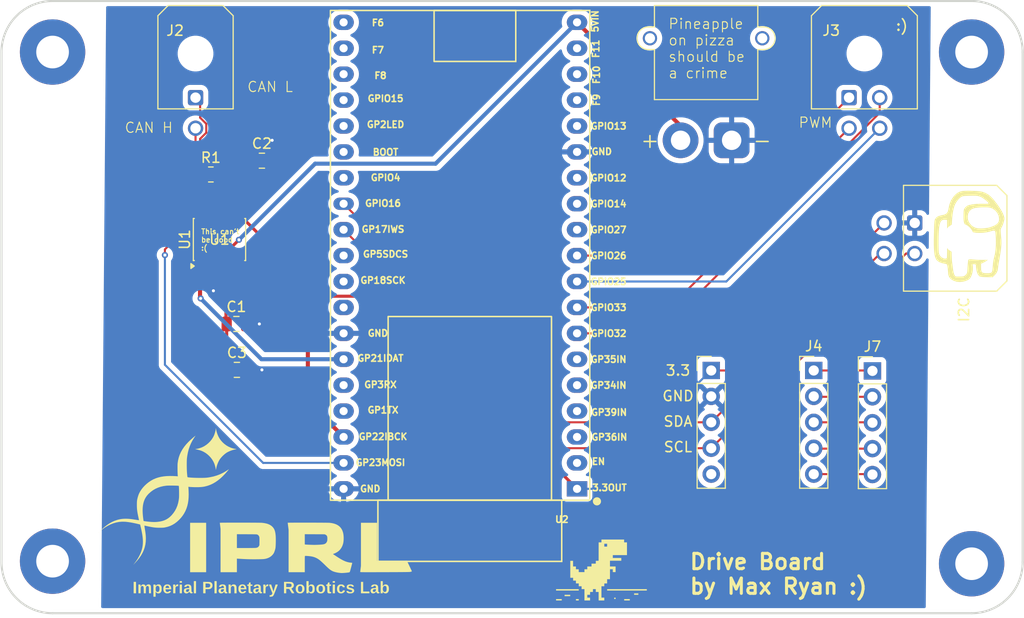
<source format=kicad_pcb>
(kicad_pcb (version 20241229) (generator "pcbnew") (generator_version "9.0")
  (layers (0 "F.Cu" jumper) (2 "B.Cu" signal) (13 "F.Paste" user) (15 "B.Paste" user) (5 "F.SilkS" user "F.Silkscreen") (7 "B.SilkS" user "B.Silkscreen") (1 "F.Mask" user) (3 "B.Mask" user) (25 "Edge.Cuts" user))
  (net 0 "")
  (net 1 "GND")
  (net 2 "+5V")
  (net 3 "+3.3V")
  (net 19 "/CAN_N")
  (net 20 "/CAN_P")
  (net 21 "/M1")
  (net 22 "/M2")
  (net 23 "/M3")
  (net 24 "/M4")
  (net 25 "/CAN_TX")
  (net 26 "/CAN_S")
  (net 27 "/CAN_RX")
  (net 37 "Net-(J4-Pin_3)")
  (net 38 "Net-(J4-Pin_4)")
  (net 39 "Net-(J4-Pin_1)")
  (net 40 "Net-(J4-Pin_5)")
  (net 41 "Net-(J4-Pin_2)")
  (net 43 "/SCL")
  (net 44 "/SDA")
  (footprint "Package_SO:SOIC-8_3.9x4.9mm_P1.27mm" (layer "F.Cu") (at 41.345 43.375 90)
    (property "Reference" "U1" (at 0 -3.4 90) (layer "F.SilkS"))
    (property "Value" "TJA1051T-3")
    (fp_text user "${REFERENCE}" (at 0 0 0) (layer "F.SilkS"))
    (pad "1" smd roundrect (at -2.475 -1.905 90) (size 1.95 0.6) (layers "F.Cu" "F.Mask" "F.Paste") (net 25 "/CAN_TX"))
    (pad "2" smd roundrect (at -2.475 -0.635 90) (size 1.95 0.6) (layers "F.Cu" "F.Mask" "F.Paste") (net 1 "GND"))
    (pad "3" smd roundrect (at -2.475 0.635 90) (size 1.95 0.6) (layers "F.Cu" "F.Mask" "F.Paste") (net 2 "+5V"))
    (pad "4" smd roundrect (at -2.475 1.905 90) (size 1.95 0.6) (layers "F.Cu" "F.Mask" "F.Paste") (net 27 "/CAN_RX"))
    (pad "5" smd roundrect (at 2.475 1.905 90) (size 1.95 0.6) (layers "F.Cu" "F.Mask" "F.Paste") (net 3 "+3.3V"))
    (pad "6" smd roundrect (at 2.475 0.635 90) (size 1.95 0.6) (layers "F.Cu" "F.Mask" "F.Paste") (net 19 "/CAN_N"))
    (pad "7" smd roundrect (at 2.475 -0.635 90) (size 1.95 0.6) (layers "F.Cu" "F.Mask" "F.Paste") (net 20 "/CAN_P"))
    (pad "8" smd roundrect (at 2.475 -1.905 90) (size 1.95 0.6) (layers "F.Cu" "F.Mask" "F.Paste") (net 26 "/CAN_S"))
  )
  (footprint "Resistor_SMD:R_0805_2012Metric" (layer "F.Cu") (at 40.5 37)
    (property "Reference" "R1" (at 0 -1.65 0) (layer "F.SilkS"))
    (property "Value" "120")
    (pad "1" smd roundrect (at -0.9125 0) (size 1.025 1.4) (layers "F.Cu" "F.Mask" "F.Paste") (roundrect_rratio 0.243902) (net 20 "/CAN_P"))
    (pad "2" smd roundrect (at 0.9125 0) (size 1.025 1.4) (layers "F.Cu" "F.Mask" "F.Paste") (roundrect_rratio 0.243902) (net 19 "/CAN_N"))
  )
  (footprint "Capacitor_SMD:C_0805_2012Metric" (layer "F.Cu") (at 43 51.65)
    (property "Reference" "C1" (at 0 -1.68 0) (layer "F.SilkS"))
    (property "Value" "1u")
    (pad "1" smd roundrect (at -0.95 0) (size 1 1.45) (layers "F.Cu" "F.Mask" "F.Paste") (net 2 "+5V"))
    (pad "2" smd roundrect (at 0.95 0) (size 1 1.45) (layers "F.Cu" "F.Mask" "F.Paste") (net 1 "GND"))
  )
  (footprint "Connector_PinHeader_2.54mm:PinHeader_1x05_P2.54mm_Vertical" (layer "F.Cu") (at 105.29 56.25)
    (property "Reference" "J7" (at 0 -2.38 0) (layer "F.SilkS"))
    (property "Value" "Conn_01x05")
    (pad "1" thru_hole rect (at 0 0) (size 1.7 1.7) (drill 1) (layers "*.Cu" "*.Mask") (net 39 "Net-(J4-Pin_1)"))
    (pad "2" thru_hole circle (at 0 2.54) (size 1.7 1.7) (drill 1) (layers "*.Cu" "*.Mask") (net 41 "Net-(J4-Pin_2)"))
    (pad "3" thru_hole circle (at 0 5.08) (size 1.7 1.7) (drill 1) (layers "*.Cu" "*.Mask") (net 37 "Net-(J4-Pin_3)"))
    (pad "4" thru_hole circle (at 0 7.62) (size 1.7 1.7) (drill 1) (layers "*.Cu" "*.Mask") (net 38 "Net-(J4-Pin_4)"))
    (pad "5" thru_hole circle (at 0 10.16) (size 1.7 1.7) (drill 1) (layers "*.Cu" "*.Mask") (net 40 "Net-(J4-Pin_5)"))
  )
  (footprint "Connector_PinHeader_2.54mm:PinHeader_1x05_P2.54mm_Vertical" (layer "F.Cu") (at 89.5 56.21)
    (property "Reference" "3.3" (at -3.25 0 0) (layer "F.SilkS"))
    (property "Value" "Conn_01x05")
    (pad "1" thru_hole rect (at 0 0) (size 1.7 1.7) (drill 1) (layers "*.Cu" "*.Mask") (net 3 "+3.3V"))
    (pad "2" thru_hole circle (at 0 2.54) (size 1.7 1.7) (drill 1) (layers "*.Cu" "*.Mask") (net 1 "GND"))
    (pad "3" thru_hole circle (at 0 5.08) (size 1.7 1.7) (drill 1) (layers "*.Cu" "*.Mask") (net 44 "/SDA"))
    (pad "4" thru_hole circle (at 0 7.62) (size 1.7 1.7) (drill 1) (layers "*.Cu" "*.Mask") (net 43 "/SCL"))
    (pad "5" thru_hole circle (at 0 10.16) (size 1.7 1.7) (drill 1) (layers "*.Cu" "*.Mask"))
  )
  (footprint "Connector_Molex:Molex_Micro-Fit_3.0_43045-0200_2x01_P3.00mm_Horizontal" (layer "F.Cu") (at 39 29.47)
    (property "Reference" "J2" (at -2 -6.57 0) (layer "F.SilkS"))
    (property "Value" "Conn_02x01")
    (pad "" np_thru_hole circle (at 0 -4.32) (size 3 3) (drill 3) (layers "*.Cu" "*.Mask"))
    (pad "1" thru_hole roundrect (at 0 0) (size 1.5 1.5) (drill 1.02) (layers "*.Cu" "*.Mask") (roundrect_rratio 0.166667) (net 19 "/CAN_N"))
    (pad "2" thru_hole circle (at 0 3) (size 1.5 1.5) (drill 1.02) (layers "*.Cu" "*.Mask") (net 20 "/CAN_P"))
  )
  (footprint "Connector_Molex:Molex_Micro-Fit_3.0_43045-0400_2x02_P3.00mm_Horizontal" (layer "F.Cu") (at 109.43 41.75 -90)
    (property "Reference" "I2C" (at 8.5 -4.82 90) (layer "F.SilkS"))
    (property "Value" "Conn_02x02_Top_Bottom")
    (pad "" np_thru_hole circle (at 1.5 -4.32 270) (size 3 3) (drill 3) (layers "*.Cu" "*.Mask"))
    (pad "1" thru_hole roundrect (at 0 0 270) (size 1.5 1.5) (drill 1.02) (layers "*.Cu" "*.Mask") (roundrect_rratio 0.166667) (net 1 "GND"))
    (pad "2" thru_hole circle (at 3 0 270) (size 1.5 1.5) (drill 1.02) (layers "*.Cu" "*.Mask") (net 43 "/SCL"))
    (pad "3" thru_hole circle (at 0 3 270) (size 1.5 1.5) (drill 1.02) (layers "*.Cu" "*.Mask") (net 3 "+3.3V"))
    (pad "4" thru_hole circle (at 3 3 270) (size 1.5 1.5) (drill 1.02) (layers "*.Cu" "*.Mask") (net 44 "/SDA"))
  )
  (footprint "local:Z_ESP32_DevKitC_38pin_socket" (layer "F.Cu") (at 76.36 67.81 180)
    (property "Reference" "U2" (at 1.485662 -3.00067 0) (layer "F.SilkS") (effects (font (size 0.64 0.64))))
    (property "Value" "~")
    (fp_text user "GPIO16" (at 19 27.980644 0) (layer "F.SilkS") (effects (font (size 0.64 0.64))))
    (fp_text user "GPIO15" (at 18.75 38.25 0) (layer "F.SilkS") (effects (font (size 0.64 0.64))))
    (fp_text user "GPIO26" (at -3.091135 22.846733 0) (layer "F.SilkS") (effects (font (size 0.64 0.64))))
    (fp_text user "F7" (at 19.5 43 0) (layer "F.SilkS") (effects (font (size 0.64 0.64))))
    (fp_text user "GP34IN" (at -3.091135 10.146733 0) (layer "F.SilkS") (effects (font (size 0.64 0.64))))
    (fp_text user "BOOT" (at 18.75 33 0) (layer "F.SilkS") (effects (font (size 0.64 0.64))))
    (fp_text user "GP17IWS" (at 19 25.437441 0) (layer "F.SilkS") (effects (font (size 0.64 0.64))))
    (fp_text user "F9" (at -1.905101 38.118989 90) (layer "F.SilkS") (effects (font (size 0.64 0.64))))
    (fp_text user "F11" (at -1.850513 43.122888 90) (layer "F.SilkS") (effects (font (size 0.64 0.64))))
    (fp_text user "GPIO12" (at -3.091135 30.466733 0) (layer "F.SilkS") (effects (font (size 0.64 0.64))))
    (fp_text user "GP3RX" (at 19.25 10.206703 0) (layer "F.SilkS") (effects (font (size 0.64 0.64))))
    (fp_text user "GPIO32" (at -3.091135 15.226733 0) (layer "F.SilkS") (effects (font (size 0.64 0.64))))
    (fp_text user "GP21IDAT" (at 19.25 12.797721 0) (layer "F.SilkS") (effects (font (size 0.64 0.64))))
    (fp_text user "GP1TX" (at 19 7.71746 0) (layer "F.SilkS") (effects (font (size 0.64 0.64))))
    (fp_text user "GND" (at -2.423949 33.051856 0) (layer "F.SilkS") (effects (font (size 0.64 0.64))))
    (fp_text user "EN" (at -2.100906 2.678217 0) (layer "F.SilkS") (effects (font (size 0.64 0.64))))
    (fp_text user "GPIO33" (at -3.091135 17.766733 0) (layer "F.SilkS") (effects (font (size 0.64 0.64))))
    (fp_text user "GP23MOSI" (at 19.25 2.573132 0) (layer "F.SilkS") (effects (font (size 0.64 0.64))))
    (fp_text user "F10" (at -1.905101 40.575449 90) (layer "F.SilkS") (effects (font (size 0.64 0.64))))
    (fp_text user "GP39IN" (at -3.139305 7.495373 0) (layer "F.SilkS") (effects (font (size 0.64 0.64))))
    (fp_text user "GPIO13" (at -3.091135 35.546733 0) (layer "F.SilkS") (effects (font (size 0.64 0.64))))
    (fp_text user "GPIO14" (at -3.091135 27.926733 0) (layer "F.SilkS") (effects (font (size 0.64 0.64))))
    (fp_text user "GP36IN" (at -3.166599 5.066207 0) (layer "F.SilkS") (effects (font (size 0.64 0.64))))
    (fp_text user "GP5SDCS" (at 18.75 23 0) (layer "F.SilkS") (effects (font (size 0.64 0.64))))
    (fp_text user "GP18SCK" (at 19 20.433965 0) (layer "F.SilkS") (effects (font (size 0.64 0.64))))
    (fp_text user "GND" (at 20.25 0 0) (layer "F.SilkS") (effects (font (size 0.64 0.64))))
    (fp_text user "GPIO25" (at -3.091135 20.306733 0) (layer "F.SilkS") (effects (font (size 0.64 0.64))))
    (fp_text user "GPIO27" (at -3.091135 25.386733 0) (layer "F.SilkS") (effects (font (size 0.64 0.64))))
    (fp_text user "GND" (at 19.5 15.25 0) (layer "F.SilkS") (effects (font (size 0.64 0.64))))
    (fp_text user "F8" (at 19.25 40.5 0) (layer "F.SilkS") (effects (font (size 0.64 0.64))))
    (fp_text user "GP2LED" (at 18.75 35.703022 0) (layer "F.SilkS") (effects (font (size 0.64 0.64))))
    (fp_text user "GP35IN" (at -3.091135 12.686733 0) (layer "F.SilkS") (effects (font (size 0.64 0.64))))
    (fp_text user "GP22IBCK" (at 19 5.113132 0) (layer "F.SilkS") (effects (font (size 0.64 0.64))))
    (fp_text user "3.3OUT" (at -3.179004 0.10737 0) (layer "F.SilkS") (effects (font (size 0.64 0.64))))
    (fp_text user "F6" (at 19.5 45.675435 0) (layer "F.SilkS") (effects (font (size 0.64 0.64))))
    (fp_text user "5VIN" (at -1.766571 45.821003 90) (layer "F.SilkS") (effects (font (size 0.64 0.64))))
    (fp_text user "GPIO4" (at 18.75 30.5 0) (layer "F.SilkS") (effects (font (size 0.64 0.64))))
    (pad "1" thru_hole rect (at 0 0 90) (size 1.5 2) (drill 0.8) (layers "*.Cu" "*.Mask") (net 3 "+3.3V"))
    (pad "2" thru_hole oval (at 0 2.54 90) (size 1.5 2) (drill 0.8) (layers "*.Cu" "*.Mask"))
    (pad "3" thru_hole oval (at 0 5.08 90) (size 1.5 2) (drill 0.8) (layers "*.Cu" "*.Mask"))
    (pad "4" thru_hole oval (at 0 7.62 90) (size 1.5 2) (drill 0.8) (layers "*.Cu" "*.Mask"))
    (pad "5" thru_hole oval (at 0 10.16 90) (size 1.5 2) (drill 0.8) (layers "*.Cu" "*.Mask"))
    (pad "6" thru_hole oval (at 0 12.7 90) (size 1.5 2) (drill 0.8) (layers "*.Cu" "*.Mask"))
    (pad "7" thru_hole oval (at 0 15.24 90) (size 1.5 2) (drill 0.8) (layers "*.Cu" "*.Mask") (net 22 "/M2"))
    (pad "8" thru_hole oval (at 0 17.78 90) (size 1.5 2) (drill 0.8) (layers "*.Cu" "*.Mask") (net 23 "/M3"))
    (pad "9" thru_hole oval (at 0 20.32 90) (size 1.5 2) (drill 0.8) (layers "*.Cu" "*.Mask") (net 24 "/M4"))
    (pad "10" thru_hole oval (at 0 22.86 90) (size 1.5 2) (drill 0.8) (layers "*.Cu" "*.Mask") (net 21 "/M1"))
    (pad "11" thru_hole oval (at 0 25.4 90) (size 1.5 2) (drill 0.8) (layers "*.Cu" "*.Mask"))
    (pad "12" thru_hole oval (at 0 27.94 90) (size 1.5 2) (drill 0.8) (layers "*.Cu" "*.Mask"))
    (pad "13" thru_hole oval (at 0 30.48 90) (size 1.5 2) (drill 0.8) (layers "*.Cu" "*.Mask"))
    (pad "14" thru_hole oval (at 0 33.02 90) (size 1.5 2) (drill 0.8) (layers "*.Cu" "*.Mask") (net 1 "GND"))
    (pad "15" thru_hole oval (at 0 35.56 90) (size 1.5 2) (drill 0.8) (layers "*.Cu" "*.Mask"))
    (pad "16" thru_hole oval (at 0 38.1 90) (size 1.5 2) (drill 0.8) (layers "*.Cu" "*.Mask"))
    (pad "17" thru_hole oval (at 0 40.64 90) (size 1.5 2) (drill 0.8) (layers "*.Cu" "*.Mask"))
    (pad "18" thru_hole oval (at 0 43.18 90) (size 1.5 2) (drill 0.8) (layers "*.Cu" "*.Mask"))
    (pad "19" thru_hole oval (at 0 45.72 90) (size 1.5 2) (drill 0.8) (layers "*.Cu" "*.Mask") (net 2 "+5V"))
    (pad "20" thru_hole oval (at 22.86 45.72 90) (size 1.5 2) (drill 0.8) (layers "*.Cu" "*.Mask"))
    (pad "21" thru_hole oval (at 22.86 43.18 90) (size 1.5 2) (drill 0.8) (layers "*.Cu" "*.Mask"))
    (pad "22" thru_hole oval (at 22.86 40.64 90) (size 1.5 2) (drill 0.8) (layers "*.Cu" "*.Mask"))
    (pad "23" thru_hole oval (at 22.86 38.1 90) (size 1.5 2) (drill 0.8) (layers "*.Cu" "*.Mask"))
    (pad "24" thru_hole oval (at 22.86 35.56 90) (size 1.5 2) (drill 0.8) (layers "*.Cu" "*.Mask"))
    (pad "25" thru_hole oval (at 22.86 33.02 90) (size 1.5 2) (drill 0.8) (layers "*.Cu" "*.Mask"))
    (pad "26" thru_hole oval (at 22.86 30.48 90) (size 1.5 2) (drill 0.8) (layers "*.Cu" "*.Mask"))
    (pad "27" thru_hole oval (at 22.86 27.94 90) (size 1.2 2) (drill 0.8) (layers "*.Cu" "*.Mask") (net 44 "/SDA"))
    (pad "28" thru_hole oval (at 22.86 25.4 90) (size 1.5 2) (drill 0.8) (layers "*.Cu" "*.Mask") (net 43 "/SCL"))
    (pad "29" thru_hole oval (at 22.86 22.86 90) (size 1.5 2) (drill 0.8) (layers "*.Cu" "*.Mask"))
    (pad "30" thru_hole oval (at 22.86 20.32 90) (size 1.5 2) (drill 0.8) (layers "*.Cu" "*.Mask"))
    (pad "31" thru_hole oval (at 22.86 17.78 90) (size 1.5 2) (drill 0.8) (layers "*.Cu" "*.Mask"))
    (pad "32" thru_hole oval (at 22.86 15.24 90) (size 1.5 2) (drill 0.8) (layers "*.Cu" "*.Mask") (net 1 "GND"))
    (pad "33" thru_hole oval (at 22.86 12.7 90) (size 1.5 2) (drill 0.8) (layers "*.Cu" "*.Mask") (net 25 "/CAN_TX"))
    (pad "34" thru_hole oval (at 22.86 10.16 90) (size 1.5 2) (drill 0.8) (layers "*.Cu" "*.Mask"))
    (pad "35" thru_hole oval (at 22.86 7.62 90) (size 1.5 2) (drill 0.8) (layers "*.Cu" "*.Mask"))
    (pad "36" thru_hole oval (at 22.86 5.08 90) (size 1.5 2) (drill 0.8) (layers "*.Cu" "*.Mask") (net 27 "/CAN_RX"))
    (pad "37" thru_hole oval (at 22.86 2.54 90) (size 1.5 2) (drill 0.8) (layers "*.Cu" "*.Mask") (net 26 "/CAN_S"))
    (pad "38" thru_hole oval (at 22.86 0 90) (size 1.5 2) (drill 0.8) (layers "*.Cu" "*.Mask") (net 1 "GND"))
  )
  (footprint "footprints:IPRL_31mm" (layer "F.Cu") (at 45 70.25)
    (property "Reference" "G***" (hide yes))
    (property "Value" "LOGO" (hide yes))
  )
  (footprint "LOGO" (layer "F.Cu") (at 79.306739 73.75)
    (property "Reference" "G***" (hide yes))
    (property "Value" "LOGO" (hide yes))
  )
  (footprint "Capacitor_SMD:C_0805_2012Metric" (layer "F.Cu") (at 43.05 56.15)
    (property "Reference" "C3" (at 0 -1.68 0) (layer "F.SilkS"))
    (property "Value" "0.1u")
    (pad "1" smd roundrect (at -0.95 0) (size 1 1.45) (layers "F.Cu" "F.Mask" "F.Paste") (net 2 "+5V"))
    (pad "2" smd roundrect (at 0.95 0) (size 1 1.45) (layers "F.Cu" "F.Mask" "F.Paste") (net 1 "GND"))
  )
  (footprint "MountingHole:MountingHole_3.2mm_M3_Pad_TopBottom" (layer "F.Cu") (at 25 25)
    (property "Reference" "H1" (hide yes))
    (property "Value" "MountingHole")
    (pad "1" thru_hole circle (at 0 0) (size 3.6 3.6) (drill 3.2) (layers "*.Cu" "*.Mask"))
    (pad "1" connect circle (at 0 0) (size 6.4 6.4) (layers "F.Cu" "F.Mask"))
    (pad "1" connect circle (at 0 0) (size 6.4 6.4) (layers "B.Cu" "B.Mask"))
  )
  (footprint "LOGO" (layer "F.Cu") (at 114.75 43)
    (property "Reference" "G***" (hide yes))
    (property "Value" "LOGO" (hide yes))
  )
  (footprint "Connector_AMASS:AMASS_XT30PW-M_1x02_P2.50mm_Horizontal" (layer "F.Cu") (at 91.5 33.65)
    (property "Reference" "J1" (hide yes))
    (property "Value" "Conn_01x02")
    (fp_text user "+" (at -8 0 0) (layer "F.SilkS") (effects (font (size 1.5 1.5))))
    (fp_text user "-" (at 3 0 0) (layer "F.SilkS") (effects (font (size 1.5 1.5))))
    (pad "" thru_hole circle (at -8 -10) (size 1.4 1.4) (drill 1) (layers "*.Cu" "*.Mask"))
    (pad "" thru_hole circle (at 3 -10) (size 1.4 1.4) (drill 1) (layers "*.Cu" "*.Mask"))
    (pad "1" thru_hole roundrect (at 0 0) (size 3.5 3.5) (drill 1.9) (layers "*.Cu" "*.Mask") (roundrect_rratio 0.22) (net 1 "GND"))
    (pad "2" thru_hole circle (at -5 0) (size 3.5 3.5) (drill 1.9) (layers "*.Cu" "*.Mask") (net 2 "+5V"))
  )
  (footprint "Capacitor_SMD:C_0805_2012Metric" (layer "F.Cu") (at 45.5 35.65)
    (property "Reference" "C2" (at 0 -1.68 0) (layer "F.SilkS"))
    (property "Value" "0.1u")
    (pad "1" smd roundrect (at -0.95 0) (size 1 1.45) (layers "F.Cu" "F.Mask" "F.Paste") (net 3 "+3.3V"))
    (pad "2" smd roundrect (at 0.95 0) (size 1 1.45) (layers "F.Cu" "F.Mask" "F.Paste") (net 1 "GND"))
  )
  (footprint "Connector_Molex:Molex_Micro-Fit_3.0_43045-0400_2x02_P3.00mm_Horizontal" (layer "F.Cu") (at 103 29.47)
    (property "Reference" "J3" (at -1.75 -6.57 0) (layer "F.SilkS"))
    (property "Value" "Conn_02x02_Top_Bottom")
    (pad "" np_thru_hole circle (at 1.5 -4.32) (size 3 3) (drill 3) (layers "*.Cu" "*.Mask"))
    (pad "1" thru_hole roundrect (at 0 0) (size 1.5 1.5) (drill 1.02) (layers "*.Cu" "*.Mask") (roundrect_rratio 0.166667) (net 21 "/M1"))
    (pad "2" thru_hole circle (at 3 0) (size 1.5 1.5) (drill 1.02) (layers "*.Cu" "*.Mask") (net 22 "/M2"))
    (pad "3" thru_hole circle (at 0 3) (size 1.5 1.5) (drill 1.02) (layers "*.Cu" "*.Mask") (net 23 "/M3"))
    (pad "4" thru_hole circle (at 3 3) (size 1.5 1.5) (drill 1.02) (layers "*.Cu" "*.Mask") (net 24 "/M4"))
  )
  (footprint "MountingHole:MountingHole_3.2mm_M3_Pad_TopBottom" (layer "F.Cu") (at 25 74.9)
    (property "Reference" "H2" (hide yes))
    (property "Value" "MountingHole")
    (pad "1" thru_hole circle (at 0 0) (size 3.6 3.6) (drill 3.2) (layers "*.Cu" "*.Mask"))
    (pad "1" connect circle (at 0 0) (size 6.4 6.4) (layers "F.Cu" "F.Mask"))
    (pad "1" connect circle (at 0 0) (size 6.4 6.4) (layers "B.Cu" "B.Mask"))
  )
  (footprint "Connector_PinHeader_2.54mm:PinHeader_1x05_P2.54mm_Vertical" (layer "F.Cu") (at 99.54 56.21)
    (property "Reference" "J4" (at 0 -2.38 0) (layer "F.SilkS"))
    (property "Value" "Conn_01x05")
    (pad "1" thru_hole rect (at 0 0) (size 1.7 1.7) (drill 1) (layers "*.Cu" "*.Mask") (net 39 "Net-(J4-Pin_1)"))
    (pad "2" thru_hole circle (at 0 2.54) (size 1.7 1.7) (drill 1) (layers "*.Cu" "*.Mask") (net 41 "Net-(J4-Pin_2)"))
    (pad "3" thru_hole circle (at 0 5.08) (size 1.7 1.7) (drill 1) (layers "*.Cu" "*.Mask") (net 37 "Net-(J4-Pin_3)"))
    (pad "4" thru_hole circle (at 0 7.62) (size 1.7 1.7) (drill 1) (layers "*.Cu" "*.Mask") (net 38 "Net-(J4-Pin_4)"))
    (pad "5" thru_hole circle (at 0 10.16) (size 1.7 1.7) (drill 1) (layers "*.Cu" "*.Mask") (net 40 "Net-(J4-Pin_5)"))
  )
  (footprint "MountingHole:MountingHole_3.2mm_M3_Pad_TopBottom" (layer "F.Cu") (at 115 25)
    (property "Reference" "H4" (hide yes))
    (property "Value" "MountingHole")
    (pad "1" thru_hole circle (at 0 0) (size 3.6 3.6) (drill 3.2) (layers "*.Cu" "*.Mask"))
    (pad "1" connect circle (at 0 0) (size 6.4 6.4) (layers "F.Cu" "F.Mask"))
    (pad "1" connect circle (at 0 0) (size 6.4 6.4) (layers "B.Cu" "B.Mask"))
  )
  (footprint "MountingHole:MountingHole_3.2mm_M3_Pad_TopBottom" (layer "F.Cu") (at 115 75.15)
    (property "Reference" "H3" (hide yes))
    (property "Value" "MountingHole")
    (pad "1" thru_hole circle (at 0 0) (size 3.6 3.6) (drill 3.2) (layers "*.Cu" "*.Mask"))
    (pad "1" connect circle (at 0 0) (size 6.4 6.4) (layers "F.Cu" "F.Mask"))
    (pad "1" connect circle (at 0 0) (size 6.4 6.4) (layers "B.Cu" "B.Mask"))
  )
  (gr_arc (start 115 20) (mid 118.535534 21.464466) (end 120 25) (stroke (width 0.2)) (layer "Edge.Cuts"))
  (gr_arc (start 25 80) (mid 21.464466 78.535534) (end 20 75) (stroke (width 0.2)) (layer "Edge.Cuts"))
  (gr_arc (start 120 75) (mid 118.535534 78.535534) (end 115 80) (stroke (width 0.2)) (layer "Edge.Cuts"))
  (gr_line (start 25 80) (end 115 80) (stroke (width 0.2)) (layer "Edge.Cuts"))
  (gr_line (start 115 20) (end 25 20) (stroke (width 0.2)) (layer "Edge.Cuts"))
  (gr_arc (start 20 25) (mid 21.464466 21.464466) (end 25 20) (stroke (width 0.2)) (layer "Edge.Cuts"))
  (gr_line (start 120 75) (end 120 25) (stroke (width 0.2)) (layer "Edge.Cuts"))
  (gr_line (start 20 25) (end 20 75) (stroke (width 0.2)) (layer "Edge.Cuts"))
  (gr_text "Pineapple \non pizza \nshould be \na crime" (at 85.25 27.65 0) (layer "F.SilkS") (effects (font (size 1 1) (thickness 0.1)) (justify left bottom)))
  (gr_text ":)" (at 107.5 23 0) (layer "F.SilkS") (effects (font (size 1 1)) (justify left bottom)))
  (gr_text "Drive Board\nby Max Ryan :)" (at 87.25 78.25 0) (layer "F.SilkS") (effects (font (size 1.5 1.5) (thickness 0.3) (bold yes)) (justify left bottom)))
  (gr_text "GND" (at 86.25 58.71 0) (layer "F.SilkS") (effects (font (size 1 1))))
  (gr_text "This can't\nbe good\n:(" (at 39.5 44.5 0) (layer "F.SilkS") (effects (font (size 0.5 0.5) (thickness 0.1)) (justify left bottom)))
  (gr_text "CAN L\n" (at 44 29 0) (layer "F.SilkS") (effects (font (size 1 1) (thickness 0.1)) (justify left bottom)))
  (gr_text "SCL\n" (at 86.25 63.71 0) (layer "F.SilkS") (effects (font (size 1 1))))
  (gr_text "PWM" (at 98 32.5 0) (layer "F.SilkS") (effects (font (size 1 1) (thickness 0.1)) (justify left bottom)))
  (gr_text "SDA" (at 86.25 61.21 0) (layer "F.SilkS") (effects (font (size 1 1))))
  (gr_text "CAN H\n" (at 32 33 0) (layer "F.SilkS") (effects (font (size 1 1) (thickness 0.1)) (justify left bottom)))
  (segment (start 40.75 45.89) (end 40.71 45.85) (width 0.3) (layer "F.Cu") (net 1))
  (segment (start 46.45 35.65) (end 46.45 33.7) (width 0.2) (layer "F.Cu") (net 1))
  (segment (start 43.95 51.65) (end 45.25 51.65) (width 0.3) (layer "F.Cu") (net 1))
  (segment (start 40.75 48.4) (end 40.75 45.89) (width 0.3) (layer "F.Cu") (net 1))
  (segment (start 46.45 33.7) (end 46.5 33.65) (width 0.2) (layer "F.Cu") (net 1))
  (segment (start 44 56.15) (end 45.5 56.15) (width 0.3) (layer "F.Cu") (net 1))
  (via (at 45.5 56.15) (size 0.6) (drill 0.3) (layers "F.Cu" "B.Cu") (net 1))
  (via (at 45.25 51.65) (size 0.6) (drill 0.3) (layers "F.Cu" "B.Cu") (net 1))
  (via (at 46.5 33.65) (size 0.6) (drill 0.3) (layers "F.Cu" "B.Cu") (net 1))
  (via (at 40.75 48.4) (size 0.6) (drill 0.3) (layers "F.Cu" "B.Cu") (net 1))
  (segment (start 86.5 32.23) (end 76.36 22.09) (width 0.4) (layer "F.Cu") (net 2))
  (segment (start 41.98 51.58) (end 42.05 51.65) (width 0.3) (layer "F.Cu") (net 2))
  (segment (start 86.5 33.65) (end 86.5 32.23) (width 0.4) (layer "F.Cu") (net 2))
  (segment (start 42.05 51.65) (end 42.05 56.1) (width 0.3) (layer "F.Cu") (net 2))
  (segment (start 42.05 56.1) (end 42.1 56.15) (width 0.3) (layer "F.Cu") (net 2))
  (segment (start 41.98 44.67) (end 43.25 43.4) (width 0.3) (layer "F.Cu") (net 2))
  (segment (start 41.98 45.85) (end 41.98 51.58) (width 0.3) (layer "F.Cu") (net 2))
  (segment (start 41.98 45.85) (end 41.98 44.67) (width 0.3) (layer "F.Cu") (net 2))
  (via (at 43.25 43.4) (size 0.6) (drill 0.3) (layers "F.Cu" "B.Cu") (net 2))
  (segment (start 50.709 35.941) (end 62.509 35.941) (width 0.4) (layer "B.Cu") (net 2))
  (segment (start 43.25 43.4) (end 50.709 35.941) (width 0.4) (layer "B.Cu") (net 2))
  (segment (start 62.509 35.941) (end 76.36 22.09) (width 0.4) (layer "B.Cu") (net 2))
  (segment (start 51.279 48.929) (end 57.479 48.929) (width 0.3) (layer "F.Cu") (net 3))
  (segment (start 106.43 41.75) (end 91.97 56.21) (width 0.2) (layer "F.Cu") (net 3))
  (segment (start 43.25 40.9) (end 51.279 48.929) (width 0.3) (layer "F.Cu") (net 3))
  (segment (start 43.25 40.9) (end 43.25 36.95) (width 0.3) (layer "F.Cu") (net 3))
  (segment (start 57.479 48.929) (end 76.36 67.81) (width 0.3) (layer "F.Cu") (net 3))
  (segment (start 91.97 56.21) (end 89.5 56.21) (width 0.2) (layer "F.Cu") (net 3))
  (segment (start 43.25 36.95) (end 44.55 35.65) (width 0.3) (layer "F.Cu") (net 3))
  (segment (start 89.46 56.21) (end 77.86 67.81) (width 0.2) (layer "B.Cu") (net 3))
  (segment (start 77.86 67.81) (end 76.36 67.81) (width 0.2) (layer "B.Cu") (net 3))
  (segment (start 89.5 56.21) (end 89.46 56.21) (width 0.2) (layer "B.Cu") (net 3))
  (segment (start 41.4125 38.188603) (end 41.4125 37) (width 0.2) (layer "F.Cu") (net 19))
  (segment (start 40.051 32.034661) (end 39.45 31.433661) (width 0.2) (layer "F.Cu") (net 19))
  (segment (start 39.45 31.433661) (end 39.45 29.92) (width 0.2) (layer "F.Cu") (net 19))
  (segment (start 39.45 29.92) (end 39 29.47) (width 0.2) (layer "F.Cu") (net 19))
  (segment (start 41.57 38.346103) (end 41.4125 38.188603) (width 0.2) (layer "F.Cu") (net 19))
  (segment (start 41.98 39.437499) (end 41.57 39.027499) (width 0.2) (layer "F.Cu") (net 19))
  (segment (start 41.4125 37) (end 39.45 35.0375) (width 0.2) (layer "F.Cu") (net 19))
  (segment (start 41.57 39.027499) (end 41.57 38.346103) (width 0.2) (layer "F.Cu") (net 19))
  (segment (start 41.98 40.9) (end 41.98 39.437499) (width 0.2) (layer "F.Cu") (net 19))
  (segment (start 39.45 35.0375) (end 39.45 33.506339) (width 0.2) (layer "F.Cu") (net 19))
  (segment (start 40.051 32.905339) (end 40.051 32.034661) (width 0.2) (layer "F.Cu") (net 19))
  (segment (start 39.45 33.506339) (end 40.051 32.905339) (width 0.2) (layer "F.Cu") (net 19))
  (segment (start 40.71 39.437499) (end 41.12 39.027499) (width 0.2) (layer "F.Cu") (net 20))
  (segment (start 41.12 39.027499) (end 41.12 38.5325) (width 0.2) (layer "F.Cu") (net 20))
  (segment (start 39.5875 37) (end 39.5875 35.811397) (width 0.2) (layer "F.Cu") (net 20))
  (segment (start 41.12 38.5325) (end 39.5875 37) (width 0.2) (layer "F.Cu") (net 20))
  (segment (start 40.71 40.9) (end 40.71 39.437499) (width 0.2) (layer "F.Cu") (net 20))
  (segment (start 39.5875 35.811397) (end 39 35.223897) (width 0.2) (layer "F.Cu") (net 20))
  (segment (start 39 35.223897) (end 39 32.47) (width 0.2) (layer "F.Cu") (net 20))
  (segment (start 87.52 44.95) (end 76.36 44.95) (width 0.2) (layer "F.Cu") (net 21))
  (segment (start 103 29.47) (end 87.52 44.95) (width 0.2) (layer "F.Cu") (net 21))
  (segment (start 106 29.47) (end 106 30.956339) (width 0.2) (layer "F.Cu") (net 22))
  (segment (start 84.386339 52.57) (end 76.36 52.57) (width 0.2) (layer "F.Cu") (net 22))
  (segment (start 106 30.956339) (end 84.386339 52.57) (width 0.2) (layer "F.Cu") (net 22))
  (segment (start 85.44 50.03) (end 76.36 50.03) (width 0.2) (layer "F.Cu") (net 23))
  (segment (start 103 32.47) (end 85.44 50.03) (width 0.2) (layer "F.Cu") (net 23))
  (segment (start 90.98 47.49) (end 76.36 47.49) (width 0.2) (layer "B.Cu") (net 24))
  (segment (start 106 32.47) (end 90.98 47.49) (width 0.2) (layer "B.Cu") (net 24))
  (segment (start 39.44 45.85) (end 39.44 49.09) (width 0.4) (layer "F.Cu") (net 25))
  (segment (start 39.44 49.09) (end 39.5 49.15) (width 0.4) (layer "F.Cu") (net 25))
  (via (at 39.5 49.15) (size 0.6) (drill 0.3) (layers "F.Cu" "B.Cu") (net 25))
  (segment (start 39.5 49.15) (end 45.46 55.11) (width 0.4) (layer "B.Cu") (net 25))
  (segment (start 45.46 55.11) (end 53.5 55.11) (width 0.4) (layer "B.Cu") (net 25))
  (segment (start 39.44 40.9) (end 36 44.34) (width 0.2) (layer "F.Cu") (net 26))
  (segment (start 36 44.34) (end 36 44.9) (width 0.2) (layer "F.Cu") (net 26))
  (via (at 36 44.9) (size 0.6) (drill 0.3) (layers "F.Cu" "B.Cu") (net 26))
  (segment (start 36 44.9) (end 36 55.65) (width 0.2) (layer "B.Cu") (net 26))
  (segment (start 36 55.65) (end 45.62 65.27) (width 0.2) (layer "B.Cu") (net 26))
  (segment (start 45.62 65.27) (end 53.5 65.27) (width 0.2) (layer "B.Cu") (net 26))
  (segment (start 50 59.23) (end 53.5 62.73) (width 0.4) (layer "F.Cu") (net 27))
  (segment (start 50 52.6) (end 50 59.23) (width 0.4) (layer "F.Cu") (net 27))
  (segment (start 43.25 45.85) (end 50 52.6) (width 0.4) (layer "F.Cu") (net 27))
  (segment (start 105.25 61.29) (end 105.29 61.33) (width 0.2) (layer "F.Cu") (net 37))
  (segment (start 99.54 61.29) (end 105.25 61.29) (width 0.2) (layer "F.Cu") (net 37))
  (segment (start 99.58 63.87) (end 99.54 63.83) (width 0.2) (layer "F.Cu") (net 38))
  (segment (start 105.29 63.87) (end 99.58 63.87) (width 0.2) (layer "F.Cu") (net 38))
  (segment (start 105.25 56.21) (end 105.29 56.25) (width 0.2) (layer "F.Cu") (net 39))
  (segment (start 99.54 56.21) (end 105.25 56.21) (width 0.2) (layer "F.Cu") (net 39))
  (segment (start 99.54 66.37) (end 105.25 66.37) (width 0.2) (layer "F.Cu") (net 40))
  (segment (start 105.25 66.37) (end 105.29 66.41) (width 0.2) (layer "F.Cu") (net 40))
  (segment (start 99.58 58.79) (end 99.54 58.75) (width 0.2) (layer "F.Cu") (net 41))
  (segment (start 105.29 58.79) (end 99.58 58.79) (width 0.2) (layer "F.Cu") (net 41))
  (segment (start 108.58 44.75) (end 89.5 63.83) (width 0.2) (layer "F.Cu") (net 43))
  (segment (start 109.43 44.75) (end 108.58 44.75) (width 0.2) (layer "F.Cu") (net 43))
  (segment (start 74.92 63.83) (end 89.5 63.83) (width 0.2) (layer "F.Cu") (net 43))
  (segment (start 53.5 42.41) (end 74.92 63.83) (width 0.2) (layer "F.Cu") (net 43))
  (segment (start 74.92 61.29) (end 53.5 39.87) (width 0.2) (layer "F.Cu") (net 44))
  (segment (start 89.5 61.29) (end 106.04 44.75) (width 0.2) (layer "F.Cu") (net 44))
  (segment (start 106.04 44.75) (end 106.43 44.75) (width 0.2) (layer "F.Cu") (net 44))
  (segment (start 89.5 61.29) (end 74.92 61.29) (width 0.2) (layer "F.Cu") (net 44))
  (zone (net 1) (net_name "GND") (layer "B.Cu") (connect_pads (clearance 0.5)) (min_thickness 0.25) (fill yes (thermal_gap 0.5) (thermal_bridge_width 0.5))
    (polygon (pts (xy 30.25 20) (xy 29.75 80.25) (xy 110.5 80.5) (xy 111 20.25)))
  )
)
</source>
